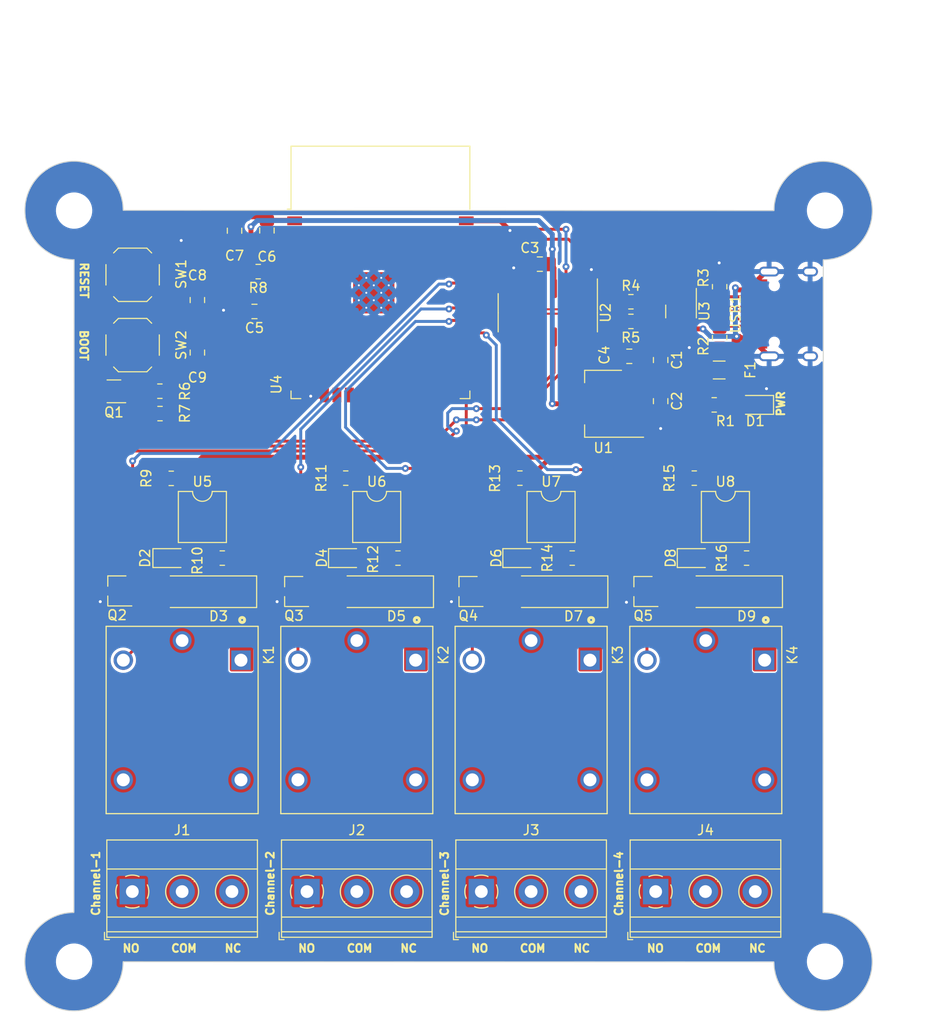
<source format=kicad_pcb>
(kicad_pcb (version 20240108) (generator "pcbnew") (generator_version "8.0")
  (title_block (title "ESP32 4 Channel Relays") (date "2023-03-20") (company "Self-Employed"))
  (layers (0 "F.Cu" signal) (31 "B.Cu" signal) (34 "B.Paste" user) (35 "F.Paste" user) (36 "B.SilkS" user "B.Silkscreen") (37 "F.SilkS" user "F.Silkscreen") (38 "B.Mask" user) (39 "F.Mask" user) (44 "Edge.Cuts" user))
  (net 0 "")
  (net 1 "+5V")
  (net 2 "GND")
  (net 3 "+3.3V")
  (net 4 "/RESET")
  (net 5 "/IO_0")
  (net 6 "Net-(D1-A)")
  (net 7 "/IO_5")
  (net 8 "Net-(D2-A)")
  (net 9 "Net-(D3-A)")
  (net 10 "/IO_18")
  (net 11 "Net-(D4-A)")
  (net 12 "Net-(D5-A)")
  (net 13 "/IO_19")
  (net 14 "Net-(D6-A)")
  (net 15 "Net-(D7-A)")
  (net 16 "/IO_21")
  (net 17 "Net-(D8-A)")
  (net 18 "Net-(D9-A)")
  (net 19 "VCC")
  (net 20 "/NO-1")
  (net 21 "/COM-1")
  (net 22 "/NC-1")
  (net 23 "/NO-2")
  (net 24 "/COM-2")
  (net 25 "/NC-2")
  (net 26 "/NO-3")
  (net 27 "/COM-3")
  (net 28 "/NC-3")
  (net 29 "/NO-4")
  (net 30 "/COM-4")
  (net 31 "/NC-4")
  (net 32 "Net-(Q1-B2)")
  (net 33 "Net-(Q1-B1)")
  (net 34 "Net-(Q2-B)")
  (net 35 "Net-(Q3-B)")
  (net 36 "Net-(Q4-B)")
  (net 37 "Net-(Q5-B)")
  (net 38 "Net-(USB1-CC1)")
  (net 39 "Net-(USB1-CC2)")
  (net 40 "/DP")
  (net 41 "/D+")
  (net 42 "/DN")
  (net 43 "/D-")
  (net 44 "/RTS")
  (net 45 "/DTR")
  (net 46 "Net-(R9-Pad1)")
  (net 47 "Net-(R10-Pad1)")
  (net 48 "Net-(R11-Pad1)")
  (net 49 "Net-(R12-Pad1)")
  (net 50 "Net-(R13-Pad1)")
  (net 51 "Net-(R14-Pad1)")
  (net 52 "Net-(R15-Pad1)")
  (net 53 "Net-(R16-Pad1)")
  (net 54 "/TX")
  (net 55 "/RX")
  (footprint "TerminalBlock_Phoenix:TerminalBlock_Phoenix_MKDS-1,5-3-5.08_1x03_P5.08mm_Horizontal" (layer "F.Cu") (at 110.947921 139.664067)
    (property "Reference" "J1")
    (property "Value" "Relay-1" (hide yes))
  )
  (footprint "local_lib:SMDIP-4_W7.62mm" (layer "F.Cu") (at 135.871671 101.468817)
    (property "Reference" "U6")
    (property "Value" "PC817")
  )
  (footprint "local_lib:SW_SPST_SKQG_WithStem" (layer "F.Cu") (at 110.979671 83.942817 180)
    (property "Reference" "SW2")
    (property "Value" "SW_SKQG")
  )
  (footprint "Resistor_SMD:R_0805_2012Metric_Pad1.20x1.40mm_HandSolder" (layer "F.Cu") (at 138.039671 105.659817 180)
    (property "Reference" "R12")
    (property "Value" "1K")
  )
  (footprint "Capacitor_SMD:C_0805_2012Metric_Pad1.18x1.45mm_HandSolder" (layer "F.Cu") (at 121.372171 72.280317 90)
    (property "Reference" "C7")
    (property "Value" "22uF")
  )
  (footprint "local_lib:RELAY_SRD-05VDC-SL-C" (layer "F.Cu") (at 169.430671 122.169817 -90)
    (property "Reference" "K4")
    (property "Value" "SRD-05VDC-SL-C")
  )
  (footprint "MountingHole:MountingHole_3.2mm_M3" (layer "F.Cu") (at 181.591671 146.807817)
    (property "Reference" "H2" (hide yes))
    (property "Value" "MountingHole" (hide yes))
  )
  (footprint "MountingHole:MountingHole_3.2mm_M3" (layer "F.Cu") (at 105.010671 146.807817)
    (property "Reference" "H3" (hide yes))
    (property "Value" "MountingHole" (hide yes))
  )
  (footprint "MountingHole:MountingHole_3.2mm_M3" (layer "F.Cu") (at 105.010671 70.226817)
    (property "Reference" "H4" (hide yes))
    (property "Value" "MountingHole" (hide yes))
  )
  (footprint "local_lib:TSOT-23_HandSoldering" (layer "F.Cu") (at 109.396671 109.027817 180)
    (property "Reference" "Q2")
    (property "Value" "BC547A")
  )
  (footprint "Resistor_SMD:R_0805_2012Metric_Pad1.20x1.40mm_HandSolder" (layer "F.Cu") (at 161.795671 79.523217 180)
    (property "Reference" "R4")
    (property "Value" "22")
  )
  (footprint "local_lib:SMDIP-4_W7.62mm" (layer "F.Cu") (at 171.431671 101.468817)
    (property "Reference" "U8")
    (property "Value" "PC817")
  )
  (footprint "Capacitor_SMD:C_0805_2012Metric_Pad1.18x1.45mm_HandSolder" (layer "F.Cu") (at 124.674171 72.258817 90)
    (property "Reference" "C6")
    (property "Value" "0.1uF")
  )
  (footprint "LED_SMD:LED_0805_2012Metric_Pad1.15x1.40mm_HandSolder" (layer "F.Cu") (at 174.479671 90.038817 180)
    (property "Reference" "D1")
    (property "Value" "YELLOW_LED" (hide yes))
  )
  (footprint "Resistor_SMD:R_0805_2012Metric_Pad1.20x1.40mm_HandSolder" (layer "F.Cu") (at 114.916671 97.531817)
    (property "Reference" "R9")
    (property "Value" "1K")
  )
  (footprint "LED_SMD:LED_0805_2012Metric_Pad1.15x1.40mm_HandSolder" (layer "F.Cu") (at 132.814671 105.659817)
    (property "Reference" "D4")
    (property "Value" "RED_LED" (hide yes))
  )
  (footprint "local_lib:SMDIP-4_W7.62mm" (layer "F.Cu") (at 118.091671 101.468817)
    (property "Reference" "U5")
    (property "Value" "PC817")
  )
  (footprint "local_lib:SOT-223-3_TabPin2" (layer "F.Cu") (at 158.985671 89.925817 180)
    (property "Reference" "U1")
    (property "Value" "AMS1117-3.3")
  )
  (footprint "LED_SMD:LED_0805_2012Metric_Pad1.15x1.40mm_HandSolder" (layer "F.Cu") (at 114.907671 105.659817)
    (property "Reference" "D2")
    (property "Value" "RED_LED" (hide yes))
  )
  (footprint "LED_SMD:LED_0805_2012Metric_Pad1.15x1.40mm_HandSolder" (layer "F.Cu") (at 150.594671 105.659817)
    (property "Reference" "D6")
    (property "Value" "RED_LED" (hide yes))
  )
  (footprint "Resistor_SMD:R_0805_2012Metric_Pad1.20x1.40mm_HandSolder" (layer "F.Cu") (at 170.288671 90.038817)
    (property "Reference" "R1")
    (property "Value" "2K")
  )
  (footprint "Resistor_SMD:R_0805_2012Metric_Pad1.20x1.40mm_HandSolder" (layer "F.Cu") (at 155.810671 105.659817 180)
    (property "Reference" "R14")
    (property "Value" "1K")
  )
  (footprint "Resistor_SMD:R_0805_2012Metric_Pad1.20x1.40mm_HandSolder" (layer "F.Cu") (at 170.843671 83.178817 -90)
    (property "Reference" "R2")
    (property "Value" "5.1K")
  )
  (footprint "Resistor_SMD:R_0805_2012Metric_Pad1.20x1.40mm_HandSolder" (layer "F.Cu") (at 113.757671 88.641817 180)
    (property "Reference" "R6")
    (property "Value" "10K")
  )
  (footprint "Capacitor_SMD:C_0805_2012Metric_Pad1.18x1.45mm_HandSolder" (layer "F.Cu") (at 117.583671 79.349317 90)
    (property "Reference" "C8")
    (property "Value" "0.1uF")
  )
  (footprint "Resistor_SMD:R_0805_2012Metric_Pad1.20x1.40mm_HandSolder" (layer "F.Cu") (at 161.795671 81.529817 180)
    (property "Reference" "R5")
    (property "Value" "22")
  )
  (footprint "TerminalBlock_Phoenix:TerminalBlock_Phoenix_MKDS-1,5-3-5.08_1x03_P5.08mm_Horizontal" (layer "F.Cu") (at 164.319671 139.664067)
    (property "Reference" "J4")
    (property "Value" "Relay-4" (hide yes))
  )
  (footprint "Resistor_SMD:R_0805_2012Metric_Pad1.20x1.40mm_HandSolder" (layer "F.Cu") (at 120.123671 105.659817 180)
    (property "Reference" "R10")
    (property "Value" "1K")
  )
  (footprint "Capacitor_SMD:C_0805_2012Metric_Pad1.18x1.45mm_HandSolder" (layer "F.Cu") (at 161.631171 85.085817 180)
    (property "Reference" "C4")
    (property "Value" "0.1uF")
  )
  (footprint "TerminalBlock_Phoenix:TerminalBlock_Phoenix_MKDS-1,5-3-5.08_1x03_P5.08mm_Horizontal" (layer "F.Cu") (at 128.759671 139.664067)
    (property "Reference" "J2")
    (property "Value" "Relay-2" (hide yes))
  )
  (footprint "local_lib:HRO-TYPE-C-31-M-12-HandSoldering" (layer "F.Cu") (at 182.667671 80.765817 90)
    (property "Reference" "USB1")
    (property "Value" "HRO-TYPE-C-31-M-12")
  )
  (footprint "Fuse:Fuse_1206_3216Metric_Pad1.42x1.75mm_HandSolder" (layer "F.Cu") (at 170.796671 86.482817 180)
    (property "Reference" "F1")
    (property "Value" "500mA")
  )
  (footprint "local_lib:TSOT-23_HandSoldering" (layer "F.Cu") (at 163.049671 109.088817 180)
    (property "Reference" "Q5")
    (property "Value" "BC547A")
  )
  (footprint "local_lib:D_MELF_Handsoldering" (layer "F.Cu") (at 171.841671 109.088817 180)
    (property "Reference" "D9")
    (property "Value" "1N4007")
  )
  (footprint "local_lib:RELAY_SRD-05VDC-SL-C" (layer "F.Cu") (at 133.839671 122.169817 -90)
    (property "Reference" "K2")
    (property "Value" "SRD-05VDC-SL-C")
  )
  (footprint "LED_SMD:LED_0805_2012Metric_Pad1.15x1.40mm_HandSolder" (layer "F.Cu") (at 168.383671 105.659817)
    (property "Reference" "D8")
    (property "Value" "RED_LED" (hide yes))
  )
  (footprint "local_lib:TSOT-23_HandSoldering" (layer "F.Cu") (at 127.430671 109.088817 180)
    (property "Reference" "Q3")
    (property "Value" "BC547A")
  )
  (footprint "Resistor_SMD:R_0805_2012Metric_Pad1.20x1.40mm_HandSolder" (layer "F.Cu") (at 170.843671 77.987817 90)
    (property "Reference" "R3")
    (property "Value" "5.1K")
  )
  (footprint "local_lib:SMDIP-4_W7.62mm" (layer "F.Cu") (at 153.651671 101.468817)
    (property "Reference" "U7")
    (property "Value" "PC817")
  )
  (footprint "Capacitor_SMD:C_0805_2012Metric_Pad1.18x1.45mm_HandSolder" (layer "F.Cu") (at 152.508671 75.687817 180)
    (property "Reference" "C3")
    (property "Value" "0.1uF")
  )
  (footprint "local_lib:D_MELF_Handsoldering" (layer "F.Cu") (at 118.218671 109.088817 180)
    (property "Reference" "D3")
    (property "Value" "1N4007")
  )
  (footprint "Resistor_SMD:R_0805_2012Metric_Pad1.20x1.40mm_HandSolder" (layer "F.Cu") (at 113.773671 90.927817)
    (property "Reference" "R7")
    (property "Value" "10K")
  )
  (footprint "TerminalBlock_Phoenix:TerminalBlock_Phoenix_MKDS-1,5-3-5.08_1x03_P5.08mm_Horizontal" (layer "F.Cu") (at 146.539671 139.664067)
    (property "Reference" "J3")
    (property "Value" "Relay-3" (hide yes))
  )
  (footprint "Resistor_SMD:R_0805_2012Metric_Pad1.20x1.40mm_HandSolder" (layer "F.Cu") (at 173.590671 105.659817 180)
    (property "Reference" "R16")
    (property "Value" "1K")
  )
  (footprint "local_lib:ESP32-WROOM-32" (layer "F.Cu") (at 136.252671 79.519817)
    (property "Reference" "U4")
    (property "Value" "ESP32-WROOM-32")
  )
  (footprint "local_lib:SOIC-16_3.9x9.9mm_P1.27mm" (layer "F.Cu") (at 153.317671 80.644417 -90)
    (property "Reference" "U2")
    (property "Value" "CH340C")
  )
  (footprint "Resistor_SMD:R_0805_2012Metric_Pad1.20x1.40mm_HandSolder" (layer "F.Cu") (at 150.476671 97.506417)
    (property "Reference" "R13")
    (property "Value" "1K")
  )
  (footprint "Capacitor_SMD:C_0805_2012Metric_Pad1.18x1.45mm_HandSolder" (layer "F.Cu") (at 123.404171 80.513817 180)
    (property "Reference" "C5")
    (property "Value" "0.1uF")
  )
  (footprint "local_lib:SW_SPST_SKQG_WithStem" (layer "F.Cu") (at 110.979671 76.775817 180)
    (property "Reference" "SW1")
    (property "Value" "SW_SKQG")
  )
  (footprint "local_lib:RELAY_SRD-05VDC-SL-C" (layer "F.Cu") (at 151.619671 122.169817 -90)
    (property "Reference" "K3")
    (property "Value" "SRD-05VDC-SL-C")
  )
  (footprint "Capacitor_SMD:C_0805_2012Metric_Pad1.18x1.45mm_HandSolder" (layer "F.Cu") (at 117.583671 84.704817 -90)
    (property "Reference" "C9")
    (property "Value" "0.1uF")
  )
  (footprint "MountingHole:MountingHole_3.2mm_M3" (layer "F.Cu") (at 181.591671 70.226817)
    (property "Reference" "H1" (hide yes))
    (property "Value" "MountingHole" (hide yes))
  )
  (footprint "Resistor_SMD:R_0805_2012Metric_Pad1.20x1.40mm_HandSolder" (layer "F.Cu") (at 132.712671 97.506417)
    (property "Reference" "R11")
    (property "Value" "1K")
  )
  (footprint "local_lib:RELAY_SRD-05VDC-SL-C" (layer "F.Cu") (at 116.028671 122.169817 -90)
    (property "Reference" "K1")
    (property "Value" "SRD-05VDC-SL-C")
  )
  (footprint "Resistor_SMD:R_0805_2012Metric_Pad1.20x1.40mm_HandSolder" (layer "F.Cu") (at 168.256671 97.506417)
    (property "Reference" "R15")
    (property "Value" "1K")
  )
  (footprint "Capacitor_SMD:C_0805_2012Metric_Pad1.18x1.45mm_HandSolder" (layer "F.Cu") (at 164.827671 85.466817 90)
    (property "Reference" "C1")
    (property "Value" "22uF")
  )
  (footprint "local_lib:SOT-143_Handsoldering" (layer "F.Cu") (at 166.906671 80.513817 -90)
    (property "Reference" "U3")
    (property "Value" "PRTR5V0U2X")
  )
  (footprint "local_lib:TSOT-23_HandSoldering" (layer "F.Cu") (at 145.210671 109.088817 180)
    (property "Reference" "Q4")
    (property "Value" "BC547A")
  )
  (footprint "local_lib:D_MELF_Handsoldering" (layer "F.Cu") (at 136.252671 109.088817 180)
    (property "Reference" "D5")
    (property "Value" "1N4007")
  )
  (footprint "local_lib:SOT-363_SC-70-6_Handsoldering" (layer "F.Cu") (at 109.074671 88.656817 180)
    (property "Reference" "Q1")
    (property "Value" "MBT3904DW1")
  )
  (footprint "Capacitor_SMD:C_0805_2012Metric_Pad1.18x1.45mm_HandSolder" (layer "F.Cu") (at 164.827671 89.657817 -90)
    (property "Reference" "C2")
    (property "Value" "22uF")
  )
  (footprint "local_lib:D_MELF_Handsoldering" (layer "F.Cu") (at 154.032671 109.088817 180)
    (property "Reference" "D7")
    (property "Value" "1N4007")
  )
  (footprint "Resistor_SMD:R_0805_2012Metric_Pad1.20x1.40mm_HandSolder" (layer "F.Cu") (at 123.785171 76.449817)
    (property "Reference" "R8")
    (property "Value" "10K")
  )
  (gr_arc (start 110.01375 146.812) (mid 101.45472 150.363833) (end 104.984186 141.795517) (stroke (width 0.1)) (layer "Edge.Cuts"))
  (gr_arc (start 181.391933 141.804738) (mid 184.943794 150.363761) (end 176.37545 146.834302) (stroke (width 0.1)) (layer "Edge.Cuts"))
  (gr_line (start 110.022971 70.200332) (end 176.384671 70.226817) (stroke (width 0.1)) (layer "Edge.Cuts"))
  (gr_arc (start 176.384671 70.226817) (mid 184.94375 66.675) (end 181.414235 75.2433) (stroke (width 0.1)) (layer "Edge.Cuts"))
  (gr_arc (start 105.006488 75.229896) (mid 101.454675 66.670818) (end 110.022971 70.200332) (stroke (width 0.1)) (layer "Edge.Cuts"))
  (gr_line (start 104.984186 141.795517) (end 105.006488 75.229896) (stroke (width 0.1)) (layer "Edge.Cuts"))
  (gr_line (start 176.37545 146.834302) (end 110.01375 146.812) (stroke (width 0.1)) (layer "Edge.Cuts"))
  (gr_line (start 181.414235 75.2433) (end 181.391933 141.804738) (stroke (width 0.1)) (layer "Edge.Cuts"))
  (gr_text "NO" (at 163.322 145.923 0) (layer "F.SilkS") (effects (font (size 0.8 0.8) (thickness 0.2) (bold yes)) (justify left bottom)))
  (gr_text "Channel-1" (at 107.696 142.24 90) (layer "F.SilkS") (effects (font (size 0.8 0.8) (thickness 0.2) (bold yes)) (justify left bottom)))
  (gr_text "RESET" (at 105.56875 75.40625 270) (layer "F.SilkS") (effects (font (size 0.8 0.8) (thickness 0.2) (bold yes)) (justify left bottom)))
  (gr_text "PWR" (at 177.546 91.313 90) (layer "F.SilkS") (effects (font (size 0.8 0.8) (thickness 0.2) (bold yes)) (justify left bottom)))
  (gr_text "NO" (at 145.415 145.923 0) (layer "F.SilkS") (effects (font (size 0.8 0.8) (thickness 0.2) (bold yes)) (justify left bottom)))
  (gr_text "COM" (at 168.275 145.923 0) (layer "F.SilkS") (effects (font (size 0.8 0.8) (thickness 0.2) (bold yes)) (justify left bottom)))
  (gr_text "COM" (at 132.715 145.923 0) (layer "F.SilkS") (effects (font (size 0.8 0.8) (thickness 0.2) (bold yes)) (justify left bottom)))
  (gr_text "NC" (at 173.736 145.923 0) (layer "F.SilkS") (effects (font (size 0.8 0.8) (thickness 0.2) (bold yes)) (justify left bottom)))
  (gr_text "Channel-4" (at 161.036 142.264067 90) (layer "F.SilkS") (effects (font (size 0.8 0.8) (thickness 0.2) (bold yes)) (justify left bottom)))
  (gr_text "NC" (at 138.176 145.923 0) (layer "F.SilkS") (effects (font (size 0.8 0.8) (thickness 0.2) (bold yes)) (justify left bottom)))
  (gr_text "COM" (at 114.808 145.923 0) (layer "F.SilkS") (effects (font (size 0.8 0.8) (thickness 0.2) (bold yes)) (justify left bottom)))
  (gr_text "Channel-2" (at 125.476 142.24 90) (layer "F.SilkS") (effects (font (size 0.8 0.8) (thickness 0.2) (bold yes)) (justify left bottom)))
  (gr_text "NO" (at 127.762 145.923 0) (layer "F.SilkS") (effects (font (size 0.8 0.8) (thickness 0.2) (bold yes)) (justify left bottom)))
  (gr_text "Channel-3" (at 143.256 142.264067 90) (layer "F.SilkS") (effects (font (size 0.8 0.8) (thickness 0.2) (bold yes)) (justify left bottom)))
  (gr_text "COM" (at 150.368 145.923 0) (layer "F.SilkS") (effects (font (size 0.8 0.8) (thickness 0.2) (bold yes)) (justify left bottom)))
  (gr_text "NO" (at 109.855 145.923 0) (layer "F.SilkS") (effects (font (size 0.8 0.8) (thickness 0.2) (bold yes)) (justify left bottom)))
  (gr_text "BOOT" (at 105.537 82.296 270) (layer "F.SilkS") (effects (font (size 0.8 0.8) (thickness 0.2) (bold yes)) (justify left bottom)))
  (gr_text "NC" (at 120.269 145.923 0) (layer "F.SilkS") (effects (font (size 0.8 0.8) (thickness 0.2) (bold yes)) (justify left bottom)))
  (gr_text "NC" (at 155.829 145.923 0) (layer "F.SilkS") (effects (font (size 0.8 0.8) (thickness 0.2) (bold yes)) (justify left bottom)))
  (segment (start 115.916671 97.531817) (end 118.075671 95.372817) (width 0.5) (layer "F.Cu") (net 1))
  (segment (start 133.712671 97.506417) (end 135.846271 95.372817) (width 0.5) (layer "F.Cu") (net 1))
  (segment (start 169.288671 95.372817) (end 169.288671 97.474417) (width 0.5) (layer "F.Cu") (net 1))
  (segment (start 118.075671 95.372817) (end 135.846271 95.372817) (width 0.5) (layer "F.Cu") (net 1))
  (segment (start 157.762671 83.119417) (end 158.627271 83.119417) (width 0.5) (layer "F.Cu") (net 1))
  (segment (start 169.288671 90.038817) (end 169.288671 95.372817) (width 0.5) (layer "F.Cu") (net 1))
  (segment (start 169.288671 90.038817) (end 169.288671 86.503317) (width 0.5) (layer "F.Cu") (net 1))
  (segment (start 169.288671 95.372817) (end 153.610271 95.372817) (width 0.5) (layer "F.Cu") (net 1))
  (segment (start 135.846271 95.372817) (end 153.610271 95.372817) (width 0.5) (layer "F.Cu") (net 1))
  (segment (start 153.610271 95.372817) (end 151.476671 97.506417) (width 0.5) (layer "F.Cu") (net 1))
  (segment (start 158.627271 83.119417) (end 160.593671 85.085817) (width 0.5) (layer "F.Cu") (net 1))
  (segment (start 107.879671 74.925817) (end 109.022671 73.782817) (width 0.5) (layer "F.Cu") (net 2))
  (segment (start 167.766671 84.178817) (end 167.748671 84.196817) (width 0.5) (layer "F.Cu") (net 2))
  (segment (start 117.583671 83.667317) (end 117.583671 81.910817) (width 0.5) (layer "F.Cu") (net 2))
  (segment (start 112.936671 73.782817) (end 114.079671 74.925817) (width 0.5) (layer "F.Cu") (net 2))
  (segment (start 109.045921 80.926567) (end 112.913421 80.926567) (width 0.5) (layer "F.Cu") (net 2))
  (segment (start 121.753171 70.861817) (end 124.314671 70.861817) (width 0.5) (layer "F.Cu") (net 2))
  (segment (start 157.762671 76.242817) (end 157.762671 78.169417) (width 0.5) (layer "F.Cu") (net 2))
  (segment (start 149.841671 76.068817) (end 151.090171 76.068817) (width 0.5) (layer "F.Cu") (net 2))
  (segment (start 117.583671 81.910817) (end 117.583671 80.386817) (width 0.5) (layer "F.Cu") (net 2))
  (segment (start 112.913421 80.926567) (end 114.079671 82.092817) (width 0.5) (layer "F.Cu") (net 2))
  (segment (start 117.964671 71.242817) (end 121.372171 71.242817) (width 0.5) (layer "F.Cu") (net 2))
  (segment (start 122.366671 80.513817) (end 120.377671 80.513817) (width 0.5) (layer "F.Cu") (net 2))
  (segment (start 161.339671 110.163817) (end 161.339671 109.088817) (width 0.5) (layer "F.Cu") (net 2))
  (segment (start 148.471671 71.269817) (end 149.460671 72.258817) (width 0.5) (layer "F.Cu") (net 2))
  (segment (start 164.827671 90.695317) (end 164.827671 92.451817) (width 0.5) (layer "F.Cu") (net 2))
  (segment (start 167.748671 84.196817) (end 165.060171 84.196817) (width 0.5) (layer "F.Cu") (net 2))
  (segment (start 164.827671 84.429317) (end 163.325171 84.429317) (width 0.5) (layer "F.Cu") (net 2))
  (segment (start 145.002671 71.269817) (end 148.471671 71.269817) (width 0.5) (layer "F.Cu") (net 2))
  (segment (start 163.325171 84.429317) (end 162.668671 85.085817) (width 0.5) (layer "F.Cu") (net 2))
  (segment (start 117.401671 82.092817) (end 117.583671 81.910817) (width 0.5) (layer "F.Cu") (net 2))
  (segment (start 151.090171 76.068817) (end 151.471171 75.687817) (width 0.5) (layer "F.Cu") (net 2))
  (segment (start 129.140671 89.149817) (end 130.542671 89.149817) (width 0.5) (layer "F.Cu") (net 2))
  (segment (start 125.711671 110.104817) (end 125.711671 109.097817) (width 0.5) (layer "F.Cu") (net 2))
  (segment (start 170.796671 75.560817) (end 170.796671 76.940817) (width 0.5) (layer "F.Cu") (net 2))
  (segment (start 115.932671 73.274817) (end 114.281671 74.925817) (width 0.5) (layer "F.Cu") (net 2))
  (segment (start 143.491671 110.104817) (end 143.491671 109.097817) (width 0.5) (layer "F.Cu") (net 2))
  (segment (start 167.656671 79.013817) (end 167.656671 77.938817) (width 0.5) (layer "F.Cu") (net 2))
  (segment (start 117.583671 80.386817) (end 120.250671 80.386817) (width 0.5) (layer "F.Cu") (net 2))
  (segment (start 175.504671 88.505817) (end 175.622671 88.387817) (width 0.5) (layer "F.Cu") (net 2))
  (segment (start 107.677671 110.104817) (end 107.677671 109.036817) (width 0.5) (layer "F.Cu") (net 2))
  (segment (start 162.135671 92.225817) (end 164.601671 92.225817) (width 0.5) (layer "F.Cu") (net 2))
  (segment (start 174.792671 83.990817) (end 175.887671 85.085817) (width 0.5) (layer "F.Cu") (net 2))
  (segment (start 114.079671 82.092817) (end 117.401671 82.092817) (width 0.5) (layer "F.Cu") (net 2))
  (segment (start 175.567671 76.445817) (end 174.472671 77.540817) (width 0.5) (layer "F.Cu") (net 2))
  (segment (start 175.504671 90.038817) (end 175.504671 88.505817) (width 0.5) (layer "F.Cu") (net 2))
  (segment (start 168.607671 76.987817) (end 170.843671 76.987817) (width 0.5) (layer "F.Cu") (net 2))
  (segment (start 167.656671 77.938817) (end 168.607671 76.987817) (width 0.5) (layer "F.Cu") (net 2))
  (segment (start 124.314671 70.861817) (end 124.674171 71.221317) (width 0.5) (layer "F.Cu") (net 2))
  (segment (start 120.377671 80.513817) (end 120.250671 80.386817) (width 0.5) (layer "F.Cu") (net 2))
  (segment (start 109.022671 73.782817) (end 112.936671 73.782817) (width 0.5) (layer "F.Cu") (net 2))
  (segment (start 107.879671 82.092817) (end 109.045921 80.926567) (width 0.5) (layer "F.Cu") (net 2))
  (segment (start 124.674171 71.221317) (end 127.454171 71.221317) (width 0.5) (layer "F.Cu") (net 2))
  (segment (start 164.601671 92.225817) (end 164.827671 92.451817) (width 0.5) (layer "F.Cu") (net 2))
  (segment (start 170.843671 84.178817) (end 167.766671 84.178817) (width 0.5) (layer "F.Cu") (net 2))
  (segment (start 115.932671 73.274817) (end 117.964671 71.242817) (width 0.5) (layer "F.Cu") (net 2))
  (segment (start 121.372171 71.242817) (end 121.753171 70.861817) (width 0.5) (layer "F.Cu") (net 2))
  (via (at 149.460671 72.258817) (size 0.7) (drill 0.3) (layers "F.Cu" "B.Cu") (net 2))
  (via (at 164.827671 92.451817) (size 0.7) (drill 0.3) (layers "F.Cu" "B.Cu") (net 2))
  (via (at 143.491671 110.104817) (size 0.7) (drill 0.3) (layers "F.Cu" "B.Cu") (net 2))
  (via (at 149.841671 76.068817) (size 0.7) (drill 0.3) (layers "F.Cu" "B.Cu") (net 2))
  (via (at 129.140671 89.149817) (size 0.7) (drill 0.3) (layers "F.Cu" "B.Cu") (net 2))
  (via (at 120.250671 80.386817) (size 0.7) (drill 0.3) (layers "F.Cu" "B.Cu") (net 2))
  (via (at 125.711671 110.104817) (size 0.7) (drill 0.3) (layers "F.Cu" "B.Cu") (net 2))
  (via (at 167.748671 84.196817) (size 0.7) (drill 0.3) (layers "F.Cu" "B.Cu") (net 2))
  (via (at 170.796671 75.560817) (size 0.7) (drill 0.3) (layers "F.Cu" "B.Cu") (net 2))
  (via (at 157.762671 76.242817) (size 0.7) (drill 0.3) (layers "F.Cu" "B.Cu") (net 2))
  (via (at 107.677671 110.104817) (size 0.7) (drill 0.3) (layers "F.Cu" "B.Cu") (net 2))
  (via (at 161.339671 110.163817) (size 0.7) (drill 0.3) (layers "F.Cu" "B.Cu") (net 2))
  (via (at 115.932671 73.274817) (size 0.7) (drill 0.3) (layers "F.Cu" "B.Cu") (net 2))
  (via (at 175.622671 88.387817) (size 0.7) (drill 0.3) (layers "F.Cu" "B.Cu") (net 2))
  (segment (start 155.835671 89.925817) (end 153.792671 89.925817) (width 0.5) (layer "F.Cu") (net 3))
  (segment (start 123.044671 72.893817) (end 122.620671 73.317817) (width 0.5) (layer "F.Cu") (net 3))
  (segment (start 127.502671 72.539817) (end 125.430671 72.539817) (width 0.5) (layer "F.Cu") (net 3))
  (segment (start 122.785171 76.449817) (end 122.785171 75.185317) (width 0.5) (layer "F.Cu") (net 3))
  (segment (start 122.785171 75.185317) (end 124.674171 73.296317) (width 0.5) (layer "F.Cu") (net 3))
  (segment (start 153.952671 78.169417) (end 153.952671 76.094317) (width 0.5) (layer "F.Cu") (net 3))
  (segment (start 124.674171 73.296317) (end 124.271671 72.893817) (width 0.5) (layer "F.Cu") (net 3))
  (segment (start 123.044671 71.877817) (end 123.044671 72.893817) (width 0.5) (layer "F.Cu") (net 3))
  (segment (start 125.430671 72.539817) (end 124.674171 73.296317) (width 0.5) (layer "F.Cu") (net 3))
  (segment (start 124.271671 72.893817) (end 123.044671 72.893817) (width 0.5) (layer "F.Cu") (net 3))
  (segment (start 153.792671 89.925817) (end 153.778671 89.911817) (width 0.5) (layer "F.Cu") (net 3))
  (segment (start 153.778671 74.163817) (end 153.778671 75.455317) (width 0.5) (layer "F.Cu") (net 3))
  (segment (start 153.952671 76.094317) (end 153.546171 75.687817) (width 0.5) (layer "F.Cu") (net 3))
  (segment (start 122.620671 73.317817) (end 121.372171 73.317817) (width 0.5) (layer "F.Cu") (net 3))
  (via (at 153.778671 74.163817) (size 0.7) (drill 0.3) (layers "F.Cu" "B.Cu") (net 3))
  (via (at 153.778671 89.911817) (size 0.7) (drill 0.3) (layers "F.Cu" "B.Cu") (net 3))
  (via (at 123.044671 71.877817) (size 0.7) (drill 0.3) (layers "F.Cu" "B.Cu") (net 3))
  (segment (start 123.679671 71.242817) (end 152.381671 71.242817) (width 0.5) (layer "B.Cu") (net 3))
  (segment (start 153.778671 72.639817) (end 153.778671 74.163817) (width 0.5) (layer "B.Cu") (net 3))
  (segment (start 152.381671 71.242817) (end 153.778671 72.639817) (width 0.5) (layer "B.Cu") (net 3))
  (segment (start 153.778671 89.911817) (end 153.778671 74.163817) (width 0.5) (layer "B.Cu") (net 3))
  (segment (start 123.044671 71.877817) (end 123.679671 71.242817) (width 0.5) (layer "B.Cu") (net 3))
  (segment (start 124.785171 76.449817) (end 124.785171 78.608817) (width 0.3) (layer "F.Cu") (net 4))
  (segment (start 111.166671 87.244817) (end 123.425671 87.244817) (width 0.3) (layer "F.Cu") (net 4))
  (segment (start 124.488171 78.311817) (end 124.785171 78.608817) (width 0.3) (layer "F.Cu") (net 4))
  (segment (start 108.751671 79.497817) (end 113.207671 79.497817) (width 0.3) (layer "F.Cu") (net 4))
  (segment (start 108.243671 78.989817) (end 108.751671 79.497817) (width 0.3) (layer "F.Cu") (net 4))
  (segment (start 117.583671 78.311817) (end 124.488171 78.311817) (width 0.3) (layer "F.Cu") (net 4))
  (segment (start 110.404671 88.006817) (end 111.166671 87.244817) (width 0.3) (layer "F.Cu") (net 4))
  (segment (start 113.207671 79.497817) (end 113.715671 78.989817) (width 0.3) (layer "F.Cu") (net 4))
  (segment (start 124.441671 86.228817) (end 124.441671 80.513817) (width 0.3) (layer "F.Cu") (net 4))
  (segment (start 114.443671 78.989817) (end 116.905671 78.989817) (width 0.3) (layer "F.Cu") (net 4))
  (segment (start 127.502671 73.809817) (end 126.573671 73.809817) (width 0.5) (layer "F.Cu") (net 4))
  (segment (start 124.785171 75.598317) (end 124.785171 76.449817) (width 0.5) (layer "F.Cu") (net 4))
  (segment (start 123.425671 87.244817) (end 124.441671 86.228817) (width 0.3) (layer "F.Cu") (net 4))
  (segment (start 126.573671 73.809817) (end 124.785171 75.598317) (width 0.5) (layer "F.Cu") (net 4))
  (segment (start 124.785171 78.608817) (end 124.785171 80.170317) (width 0.3) (layer "F.Cu") (net 4))
  (segment (start 116.905671 78.989817) (end 117.583671 78.311817) (width 0.3) (layer "F.Cu") (net 4))
  (segment (start 108.696671 86.609817) (end 113.262671 86.609817) (width 0.3) (layer "F.Cu") (net 5))
  (segment (start 106.153671 88.895817) (end 106.153671 86.228817) (width 0.3) (layer "F.Cu") (net 5))
  (segment (start 106.564671 89.306817) (end 106.153671 88.895817) (width 0.3) (layer "F.Cu") (net 5))
  (segment (start 145.002671 93.734817) (end 145.002671 87.899817) (width 0.3) (layer "F.Cu") (net 5))
  (segment (start 106.153671 86.228817) (end 106.589671 85.792817) (width 0.3) (layer "F.Cu") (net 5))
  (segment (start 114.515671 86.228817) (end 117.097171 86.228817) (width 0.3) (layer "F.Cu") (net 5))
  (segment (start 107.744671 93.534817) (end 108.947671 94.737817) (width 0.3) (layer "F.Cu") (net 5))
  (segment (start 107.879671 85.792817) (end 108.696671 86.609817) (width 0.3) (layer "F.Cu") (net 5))
  (segment (start 113.262671 86.609817) (end 114.079671 85.792817) (width 0.3) (layer "F.Cu") (net 5))
  (segment (start 107.744671 89.306817) (end 106.564671 89.306817) (width 0.3) (layer "F.Cu") (net 5))
  (segment (start 107.744671 89.306817) (end 107.744671 93.534817) (width 0.3) (layer "F.Cu") (net 5))
  (segment (start 108.947671 94.737817) (end 143.999671 94.737817) (width 0.3) (layer "F.Cu") (net 5))
  (segment (start 114.079671 85.792817) (end 114.515671 86.228817) (width 0.3) (layer "F.Cu") (net 5))
  (segment (start 106.589671 85.792817) (end 107.879671 85.792817) (width 0.3) (layer "F.Cu") (net 5))
  (segment (start 117.097171 86.228817) (end 117.583671 85.742317) (width 0.3) (layer "F.Cu") (net 5))
  (segment (start 143.999671 94.737817) (end 145.002671 93.734817) (width 0.3) (layer "F.Cu") (net 5))
  (segment (start 171.288671 90.038817) (end 173.454671 90.038817) (width 0.3) (layer "F.Cu") (net 6))
  (segment (start 162.287671 103.627817) (end 162.287671 97.531817) (width 0.3) (layer "F.Cu") (net 7))
  (segment (start 146.820671 82.699817) (end 147.047671 82.926817) (width 0.3) (layer "F.Cu") (net 7))
  (segment (start 164.319671 105.659817) (end 162.287671 103.627817) (width 0.3) (layer "F.Cu") (net 7))
  (segment (start 167.358671 105.659817) (end 164.319671 105.659817) (width 0.3) (layer "F.Cu") (net 7))
  (segment (start 162.287671 97.531817) (end 161.398671 96.642817) (width 0.3) (layer "F.Cu") (net 7))
  (segment (start 145.002671 82.699817) (end 146.820671 82.699817) (width 0.3) (layer "F.Cu") (net 7))
  (segment (start 161.398671 96.642817) (end 156.191671 96.642817) (width 0.3) (layer "F.Cu") (net 7))
  (via (at 156.191671 96.642817) (size 0.7) (drill 0.3) (layers "F.Cu" "B.Cu") (net 7))
  (via (at 147.047671 82.926817) (size 0.7) (drill 0.3) (layers "F.Cu" "B.Cu") (net 7))
  (segment (start 148.063671 83.942817) (end 147.047671 82.926817) (width 0.3) (layer "B.Cu") (net 7))
  (segment (start 153.270671 96.642817) (end 148.063671 91.435817) (width 0.3) (layer "B.Cu") (net 7))
  (segment (start 148.063671 91.435817) (end 148.063671 83.942817) (width 0.3) (layer "B.Cu") (net 7))
  (segment (start 156.191671 96.642817) (end 153.270671 96.642817) (width 0.3) (layer "B.Cu") (net 7))
  (segment (start 114.281671 102.738817) (end 114.281671 104.008817) (width 0.3) (layer "F.Cu") (net 8))
  (segment (start 114.281671 104.008817) (end 115.932671 105.659817) (width 0.3) (layer "F.Cu") (net 8))
  (segment (start 111.106671 114.991817) (end 111.106671 109.977817) (width 0.3) (layer "F.Cu") (net 9))
  (segment (start 110.028671 116.069817) (end 111.106671 114.991817) (width 0.3) (layer "F.Cu") (net 9))
  (segment (start 113.929671 109.977817) (end 111.106671 109.977817) (width 0.3) (layer "F.Cu") (net 9))
  (segment (start 144.634671 104.135817) (end 144.634671 97.912817) (width 0.3) (layer "F.Cu") (net 10))
  (segment (start 146.158671 105.659817) (end 144.634671 104.135817) (width 0.3) (layer "F.Cu") (net 10))
  (segment (start 143.337671 81.429817) (end 143.237671 81.529817) (width 0.3) (layer "F.Cu") (net 10))
  (segment (start 149.569671 105.659817) (end 146.158671 105.659817) (width 0.3) (layer "F.Cu") (net 10))
  (segment (start 144.634671 97.912817) (end 143.237671 96.515817) (width 0.3) (layer "F.Cu") (net 10))
  (segment (start 143.237671 96.515817) (end 138.792671 96.515817) (width 0.3) (layer "F.Cu") (net 10))
  (segment (start 145.002671 81.429817) (end 143.337671 81.429817) (width 0.3) (layer "F.Cu") (net 10))
  (via (at 138.792671 96.515817) (size 0.7) (drill 0.3) (layers "F.Cu" "B.Cu") (net 10))
  (via (at 143.237671 81.529817) (size 0.7) (drill 0.3) (layers "F.Cu" "B.Cu") (net 10))
  (segment (start 136.887671 96.515817) (end 132.696671 92.324817) (width 0.3) (layer "B.Cu") (net 10))
  (segment (start 138.792671 96.515817) (end 136.887671 96.515817) (width 0.3) (layer "B.Cu") (net 10))
  (segment (start 139.825883 81.529817) (end 143.237671 81.529817) (width 0.3) (layer "B.Cu") (net 10))
  (segment (start 132.696671 88.659029) (end 139.825883 81.529817) (width 0.3) (layer "B.Cu") (net 10))
  (segment (start 132.696671 92.324817) (end 132.696671 88.659029) (width 0.3) (layer "B.Cu") (net 10))
  (segment (start 133.839671 104.516817) (end 133.839671 105.659817) (width 0.3) (layer "F.Cu") (net 11))
  (segment (start 132.061671 102.738817) (end 133.839671 104.516817) (width 0.3) (layer "F.Cu") (net 11))
  (segment (start 131.902671 110.038817) (end 129.140671 110.038817) (width 0.3) (layer "F.Cu") (net 12))
  (segment (start 127.839671 116.069817) (end 127.839671 111.339817) (width 0.3) (layer "F.Cu") (net 12))
  (segment (start 127.839671 111.339817) (end 129.140671 110.038817) (width 0.3) (layer "F.Cu") (net 12))
  (segment (start 131.789671 105.659817) (end 128.124671 101.994817) (width 0.3) (layer "F.Cu") (net 13))
  (segment (start 128.124671 101.994817) (end 128.124671 96.388817) (width 0.3) (layer "F.Cu") (net 13))
  (segment (start 145.002671 80.159817) (end 143.337671 80.159817) (width 0.3) (layer "F.Cu") (net 13))
  (segment (start 143.337671 80.159817) (end 143.237671 80.259817) (width 0.3) (layer "F.Cu") (net 13))
  (via (at 143.237671 80.259817) (size 0.7) (drill 0.3) (layers "F.Cu" "B.Cu") (net 13))
  (via (at 128.124671 96.388817) (size 0.7) (drill 0.3) (layers "F.Cu" "B.Cu") (net 13))
  (segment (start 128.124671 92.523923) (end 140.388777 80.259817) (width 0.3) (layer "B.Cu") (net 13))
  (segment (start 140.388777 80.259817) (end 143.237671 80.259817) (width 0.3) (layer "B.Cu") (net 13))
  (segment (start 128.124671 96.388817) (end 128.124671 92.523923) (width 0.3) (layer "B.Cu") (net 13))
  (segment (start 149.841671 102.738817) (end 151.619671 104.516817) (width 0.3) (layer "F.Cu") (net 14))
  (segment (start 151.619671 104.516817) (end 151.619671 105.659817) (width 0.3) (layer "F.Cu") (net 14))
  (segment (start 145.619671 116.069817) (end 145.619671 111.339817) (width 0.3) (layer "F.Cu") (net 15))
  (segment (start 145.619671 111.339817) (end 146.920671 110.038817) (width 0.3) (layer "F.Cu") (net 15))
  (segment (start 149.682671 110.038817) (end 146.920671 110.038817) (width 0.3) (layer "F.Cu") (net 15))
  (segment (start 143.337671 77.619817) (end 143.237671 77.719817) (width 0.3) (layer "F.Cu") (net 16))
  (segment (start 113.882671 105.659817) (end 111.995671 105.659817) (width 0.3) (layer "F.Cu") (net 16))
  (segment (start 111.995671 105.659817) (end 110.979671 104.643817) (width 0.3) (layer "F.Cu") (net 16))
  (segment (start 110.979671 104.643817) (end 110.979671 95.753817) (width 0.3) (layer "F.Cu") (net 16))
  (segment (start 145.002671 77.619817) (end 143.337671 77.619817) (width 0.3) (layer "F.Cu") (net 16))
  (via (at 143.237671 77.719817) (size 0.7) (drill 0.3) (layers "F.Cu" "B.Cu") (net 16))
  (via (at 110.979671 95.753817) (size 0.7) (drill 0.3) (layers "F.Cu" "B.Cu") (net 16))
  (segment (start 124.949671 94.991817) (end 142.221671 77.719817) (width 0.3) (layer "B.Cu") (net 16))
  (segment (start 142.221671 77.719817) (end 143.237671 77.719817) (width 0.3) (layer "B.Cu") (net 16))
  (segment (start 110.979671 95.753817) (end 111.741671 94.991817) (width 0.3) (layer "B.Cu") (net 16))
  (segment (start 111.741671 94.991817) (end 124.949671 94.991817) (width 0.3) (layer "B.Cu") (net 16))
  (segment (start 167.621671 103.872817) (end 169.408671 105.659817) (width 0.3) (layer "F.Cu") (net 17))
  (segment (start 167.621671 102.738817) (end 167.621671 103.872817) (width 0.3) (layer "F.Cu") (net 17))
  (segment (start 163.430671 111.367817) (end 164.759671 110.038817) (width 0.3) (layer "F.Cu") (net 18))
  (segment (start 163.430671 116.069817) (end 163.430671 111.367817) (width 0.3) (layer "F.Cu") (net 18))
  (segment (start 167.491671 110.038817) (end 164.759671 110.038817) (width 0.3) (layer "F.Cu") (net 18))
  (segment (start 169.145671 82.291817) (end 168.134671 82.291817) (width 0.5) (layer "F.Cu") (net 19))
  (segment (start 168.134671 82.291817) (end 167.856671 82.013817) (width 0.5) (layer "F.Cu") (net 19))
  (segment (start 172.662671 78.315817) (end 172.447671 78.100817) (width 0.5) (layer "F.Cu") (net 19))
  (segment (start 174.472671 78.315817) (end 172.662671 78.315817) (width 0.5) (layer "F.Cu") (net 19))
  (segment (start 172.574671 83.053817) (end 172.736671 83.215817) (width 0.5) (layer "F.Cu") (net 19))
  (segment (start 172.736671 83.215817) (end 174.472671 83.215817) (width 0.5) (layer "F.Cu") (net 19))
  (via (at 169.145671 82.291817) (size 0.7) (drill 0.3) (layers "F.Cu" "B.Cu") (net 19))
  (via (at 172.447671 78.100817) (size 0.7) (drill 0.3) (layers "F.Cu" "B.Cu") (net 19))
  (via (at 172.574671 83.053817) (size 0.7) (drill 0.3) (layers "F.Cu" "B.Cu") (net 19))
  (segment (start 172.447671 78.100817) (end 172.447671 82.926817) (width 0.5) (layer "B.Cu") (net 19))
  (segment (start 172.574671 83.053817) (end 169.907671 83.053817) (width 0.5) (layer "B.Cu") (net 19))
  (segment (start 169.907671 83.053817) (end 169.145671 82.291817) (width 0.5) (layer "B.Cu") (net 19))
  (segment (start 172.447671 82.926817) (end 172.574671 83.053817) (width 0.5) (layer "B.Cu") (net 19))
  (segment (start 111.106671 90.927817) (end 110.404671 90.225817) (width 0.3) (layer "F.Cu") (net 32))
  (segment (start 109.297565 89.306817) (end 110.404671 89.306817) (width 0.3) (layer "F.Cu") (net 32))
  (segment (start 110.404671 90.225817) (end 110.404671 89.306817) (width 0.3) (layer "F.Cu") (net 32))
  (segment (start 108.647565 88.656817) (end 109.297565 89.306817) (width 0.3) (layer "F.Cu") (net 32))
  (segment (start 107.744671 88.656817) (end 108.647565 88.656817) (width 0.3) (layer "F.Cu") (net 32))
  (segment (start 112.773671 90.927817) (end 111.106671 90.927817) (width 0.3) (layer "F.Cu") (net 32))
  (segment (start 110.404671 88.656817) (end 109.354671 88.656817) (width 0.3) (layer "F.Cu") (net 33))
  (segment (start 108.704671 88.006817) (end 107.744671 88.006817) (width 0.3) (layer "F.Cu") (net 33))
  (segment (start 112.757671 88.641817) (end 110.419671 88.641817) (width 0.3) (layer "F.Cu") (net 33))
  (segment (start 109.354671 88.656817) (end 108.704671 88.006817) (width 0.3) (layer "F.Cu") (net 33))
  (segment (start 112.127671 107.056817) (end 117.726671 107.056817) (width 0.3) (layer "F.Cu") (net 34))
  (segment (start 111.106671 108.077817) (end 112.127671 107.056817) (width 0.3) (layer "F.Cu") (net 34))
  (segment (start 117.726671 107.056817) (end 119.123671 105.659817) (width 0.3) (layer "F.Cu") (net 34))
  (segment (start 130.222671 107.056817) (end 135.642671 107.056817) (width 0.3) (layer "F.Cu") (net 35))
  (segment (start 129.140671 108.138817) (end 130.222671 107.056817) (width 0.3) (layer "F.Cu") (net 35))
  (segment (start 135.642671 107.056817) (end 137.039671 105.659817) (width 0.3) (layer "F.Cu") (net 35))
  (segment (start 153.413671 107.056817) (end 148.002671 107.056817) (width 0.3) (layer "F.Cu") (net 36))
  (segment (start 154.810671 105.659817) (end 153.413671 107.056817) (width 0.3) (layer "F.Cu") (net 36))
  (segment (start 148.002671 107.056817) (end 146.920671 108.138817) (width 0.3) (layer "F.Cu") (net 36))
  (segment (start 171.193671 107.056817) (end 172.590671 105.659817) (width 0.3) (layer "F.Cu") (net 37))
  (segment (start 164.759671 108.138817) (end 165.841671 107.056817) (width 0.3) (layer "F.Cu") (net 37))
  (segment (start 165.841671 107.056817) (end 171.193671 107.056817) (width 0.3) (layer "F.Cu") (net 37))
  (segment (start 174.472671 82.015817) (end 171.006671 82.015817) (width 0.3) (layer "F.Cu") (net 38))
  (segment (start 174.472671 79.015817) (end 170.871671 79.015817) (width 0.3) (layer "F.Cu") (net 39))
  (segment (start 176.257671 80.325817) (end 176.257671 80.705817) (width 0.2) (layer "F.Cu") (net 40))
  (segment (start 163.692514 80.288817) (end 162.926914 79.523217) (width 0.2) (layer "F.Cu") (net 40))
  (segment (start 165.956671 79.563817) (end 166.652671 80.259817) (width 0.2) (layer "F.Cu") (net 40))
  (segment (start 168.700472 80.259817) (end 168.919472 80.040817) (width 0.2) (layer "F.Cu") (net 40))
  (segment (start 165.306671 80.288817) (end 163.692514 80.288817) (width 0.2) (layer "F.Cu") (net 40))
  (segment (start 165.956671 79.638817) (end 165.306671 80.288817) (width 0.2) (layer "F.Cu") (net 40))
  (segment (start 176.257671 80.705817) (end 175.947671 81.015817) (width 0.2) (layer "F.Cu") (net 40))
  (segment (start 175.947671 81.015817) (end 174.472671 81.015817) (width 0.2) (layer "F.Cu") (net 40))
  (segment (start 175.947671 80.015817) (end 176.257671 80.325817) (width 0.2) (layer "F.Cu") (net 40))
  (segment (start 174.472671 80.015817) (end 175.947671 80.015817) (width 0.2) (layer "F.Cu") (net 40))
  (segment (start 166.652671 80.259817) (end 168.700472 80.259817) (width 0.2) (layer "F.Cu") (net 40))
  (segment (start 168.919472 80.040817) (end 174.447671 80.040817) (width 0.2) (layer "F.Cu") (net 40))
  (segment (start 152.272672 78.579416) (end 152.272672 79.963218) (width 0.2) (layer "F.Cu") (net 41))
  (segment (start 160.026471 80.292417) (end 160.795671 79.523217) (width 0.2) (layer "F.Cu") (net 41))
  (segment (start 152.682671 78.169417) (end 152.272672 78.579416) (width 0.2) (layer "F.Cu") (net 41))
  (segment (start 152.601871 80.292417) (end 160.026471 80.292417) (width 0.2) (layer "F.Cu") (net 41))
  (segment (start 152.272672 79.963218) (end 152.601871 80.292417) (width 0.2) (layer "F.Cu") (net 41))
  (segment (start 168.866157 80.659817) (end 169.085157 80.440817) (width 0.2) (layer "F.Cu") (net 42))
  (segment (start 173.022671 80.515817) (end 174.472671 80.515817) (width 0.2) (layer "F.Cu") (net 42))
  (segment (start 165.306671 80.738817) (end 163.586671 80.738817) (width 0.2) (layer "F.Cu") (net 42))
  (segment (start 172.447671 80.965817) (end 172.447671 80.440817) (width 0.2) (layer "F.Cu") (net 42))
  (segment (start 169.085157 80.440817) (end 172.447671 80.440817) (width 0.2) (layer "F.Cu") (net 42))
  (segment (start 165.956671 81.388817) (end 165.306671 80.738817) (width 0.2) (layer "F.Cu") (net 42))
  (segment (start 172.447671 80.440817) (end 172.947671 80.440817) (width 0.2) (layer "F.Cu") (net 42))
  (segment (start 172.947671 80.440817) (end 173.022671 80.515817) (width 0.2) (layer "F.Cu") (net 42))
  (segment (start 166.486986 80.659817) (end 168.866157 80.659817) (width 0.2) (layer "F.Cu") (net 42))
  (segment (start 165.956671 81.190132) (end 166.486986 80.659817) (width 0.2) (layer "F.Cu") (net 42))
  (segment (start 163.586671 80.738817) (end 162.795671 81.529817) (width 0.2) (layer "F.Cu") (net 42))
  (segment (start 172.997671 81.515817) (end 172.447671 80.965817) (width 0.2) (layer "F.Cu") (net 42))
  (segment (start 165.956671 82.013817) (end 165.956671 81.190132) (width 0.2) (layer "F.Cu") (net 42))
  (segment (start 174.472671 81.515817) (end 172.997671 81.515817) (width 0.2) (layer "F.Cu") (net 42))
  (segment (start 160.008271 80.742417) (end 160.795671 81.529817) (width 0.2) (layer "F.Cu") (net 43))
  (segment (start 152.415471 80.742417) (end 160.008271 80.742417) (width 0.2) (layer "F.Cu") (net 43))
  (segment (start 151.82267 80.149616) (end 152.415471 80.742417) (width 0.2) (layer "F.Cu") (net 43))
  (segment (start 151.82267 78.579416) (end 151.82267 80.149616) (width 0.2) (layer "F.Cu") (net 43))
  (segment (start 151.412671 78.169417) (end 151.82267 78.579416) (width 0.2) (layer "F.Cu") (net 43))
  (segment (start 120.774671 93.737817) (end 115.678671 88.641817) (width 0.3) (layer "F.Cu") (net 44))
  (segment (start 115.678671 88.641817) (end 114.757671 88.641817) (width 0.3) (layer "F.Cu") (net 44))
  (segment (start 149.841671 91.562817) (end 146.031671 91.562817) (width 0.3) (layer "F.Cu") (net 44))
  (segment (start 143.999671 91.562817) (end 141.824671 93.737817) (width 0.3) (layer "F.Cu") (net 44))
  (segment (start 155.222671 86.181817) (end 149.841671 91.562817) (width 0.3) (layer "F.Cu") (net 44))
  (segment (start 155.222671 83.119417) (end 155.222671 86.181817) (width 0.3) (layer "F.Cu") (net 44))
  (segment (start 141.824671 93.737817) (end 120.774671 93.737817) (width 0.3) (layer "F.Cu") (net 44))
  (via (at 146.031671 91.562817) (size 0.7) (drill 0.3) (layers "F.Cu" "B.Cu") (net 44))
  (via (at 143.999671 91.562817) (size 0.7) (drill 0.3) (layers "F.Cu" "B.Cu") (net 44))
  (segment (start 146.031671 91.562817) (end 143.999671 91.562817) (width 0.3) (layer "B.Cu") (net 44))
  (segment (start 115.686671 94.237817) (end 114.773671 93.324817) (width 0.3) (layer "F.Cu") (net 45))
  (segment (start 150.277565 90.419817) (end 146.031671 90.419817) (width 0.3) (layer "F.Cu") (net 45))
  (segment (start 142.467671 94.237817) (end 115.686671 94.237817) (width 0.3) (layer "F.Cu") (net 45))
  (segment (start 153.952671 86.744711) (end 150.277565 90.419817) (width 0.3) (layer "F.Cu") (net 45))
  (segment (start 114.773671 93.324817) (end 114.773671 90.927817) (width 0.3) (layer "F.Cu") (net 45))
  (segment (start 143.999671 92.705817) (end 142.467671 94.237817) (width 0.3) (layer "F.Cu") (net 45))
  (segment (start 153.952671 83.119417) (end 153.952671 86.744711) (width 0.3) (layer "F.Cu") (net 45))
  (via (at 143.999671 92.705817) (size 0.7) (drill 0.3) (layers "F.Cu" "B.Cu") (net 45))
  (via (at 146.031671 90.419817) (size 0.7) (drill 0.3) (layers "F.Cu" "B.Cu") (net 45))
  (segment (start 143.618671 92.705817) (end 143.999671 92.705817) (width 0.3) (layer "B.Cu") (net 45))
  (segment (start 143.110671 92.197817) (end 143.618671 92.705817) (width 0.3) (layer "B.Cu") (net 45))
  (segment (start 143.110671 90.864317) (end 143.110671 92.197817) (width 0.3) (layer "B.Cu") (net 45))
  (segment (start 146.031671 90.419817) (end 143.555171 90.419817) (width 0.3) (layer "B.Cu") (net 45))
  (segment (start 143.555171 90.419817) (end 143.110671 90.864317) (width 0.3) (layer "B.Cu") (net 45))
  (segment (start 113.916671 97.531817) (end 113.916671 99.833817) (width 0.3) (layer "F.Cu") (net 46))
  (segment (start 121.901671 104.881817) (end 121.123671 105.659817) (width 0.3) (layer "F.Cu") (net 47))
  (segment (start 121.901671 102.738817) (end 121.901671 104.881817) (width 0.3) (layer "F.Cu") (net 47))
  (segment (start 131.712671 97.506417) (end 131.712671 99.849817) (width 0.3) (layer "F.Cu") (net 48))
  (segment (start 139.681671 105.017817) (end 139.039671 105.659817) (width 0.3) (layer "F.Cu") (net 49))
  (segment (start 139.681671 102.738817) (end 139.681671 105.017817) (width 0.3) (layer "F.Cu") (net 49))
  (segment (start 149.476671 97.506417) (end 149.476671 99.833817) (width 0.3) (layer "F.Cu") (net 50))
  (segment (start 157.461671 105.008817) (end 156.810671 105.659817) (width 0.3) (layer "F.Cu") (net 51))
  (segment (start 157.461671 102.738817) (end 157.461671 105.008817) (width 0.3) (layer "F.Cu") (net 51))
  (segment (start 167.256671 97.506417) (end 167.256671 99.833817) (width 0.3) (layer "F.Cu") (net 52))
  (segment (start 175.241671 105.008817) (end 174.590671 105.659817) (width 0.3) (layer "F.Cu") (net 53))
  (segment (start 175.241671 102.738817) (end 175.241671 105.008817) (width 0.3) (layer "F.Cu") (net 53))
  (segment (start 155.429671 73.147817) (end 156.492671 74.210817) (width 0.3) (layer "F.Cu") (net 54))
  (segment (start 148.290672 76.349817) (end 151.492671 73.147817) (width 0.3) (layer "F.Cu") (net 54))
  (segment (start 151.492671 73.147817) (end 155.429671 73.147817) (width 0.3) (layer "F.Cu") (net 54))
  (segment (start 156.492671 74.210817) (end 156.492671 78.169417) (width 0.3) (layer "F.Cu") (net 54))
  (segment (start 145.002671 76.349817) (end 148.290672 76.349817) (width 0.3) (layer "F.Cu") (net 54))
  (segment (start 151.801565 72.131817) (end 148.853565 75.079817) (width 0.3) (layer "F.Cu") (net 55))
  (segment (start 155.175671 75.941817) (end 155.175671 78.122417) (width 0.3) (layer "F.Cu") (net 55))
  (segment (start 148.853565 75.079817) (end 145.002671 75.079817) (width 0.3) (layer "F.Cu") (net 55))
  (segment (start 155.175671 72.131817) (end 151.801565 72.131817) (width 0.3) (layer "F.Cu") (net 55))
  (via (at 155.175671 72.131817) (size 0.7) (drill 0.3) (layers "F.Cu" "B.Cu") (net 55))
  (via (at 155.175671 75.941817) (size 0.7) (drill 0.3) (layers "F.Cu" "B.Cu") (net 55))
  (segment (start 155.175671 72.131817) (end 155.175671 75.941817) (width 0.3) (layer "B.Cu") (net 55))
  (zone (net 23) (net_name "/NO-2") (layer "F.Cu") (priority 6) (connect_pads yes (clearance 0.3)) (min_thickness 0.25) (fill yes (thermal_gap 0.508) (thermal_bridge_width 0.508))
    (polygon (pts (xy 126.473671 126.868817) (xy 126.600671 126.741817) (xy 129.140671 126.741817) (xy 129.267671 126.868817) (xy 129.267671 137.536817) (xy 129.394671 137.663817) (xy 130.410671 137.663817) (xy 130.537671 137.790817) (xy 130.537671 141.219817) (xy 130.410671 141.346817) (xy 126.981671 141.346817) (xy 126.854671 141.219817) (xy 126.854671 129.535817) (xy 126.473671 129.281817)))
  )
  (zone (net 25) (net_name "/NC-2") (layer "F.Cu") (priority 5) (connect_pads yes (clearance 0.3)) (min_thickness 0.25) (fill yes (thermal_gap 0.508) (thermal_bridge_width 0.508))
    (polygon (pts (xy 138.411671 126.868817) (xy 138.538671 126.741817) (xy 141.205671 126.741817) (xy 141.332671 126.868817) (xy 141.332671 137.663817) (xy 140.824671 138.425817) (xy 140.824671 141.346817) (xy 140.697671 141.473817) (xy 137.141671 141.473817) (xy 137.014671 141.346817) (xy 137.014671 137.790817) (xy 138.411671 137.409817)))
  )
  (zone (net 27) (net_name "/COM-3") (layer "F.Cu") (priority 7) (connect_pads yes (clearance 0.3)) (min_thickness 0.25) (fill yes (thermal_gap 0.508) (thermal_bridge_width 0.508))
    (polygon (pts (xy 150.222671 112.644817) (xy 150.349671 112.517817) (xy 152.889671 112.517817) (xy 153.016671 112.644817) (xy 153.016671 137.663817) (xy 153.143671 137.790817) (xy 153.270671 137.790817) (xy 153.524671 138.044817) (xy 153.524671 141.346817) (xy 153.397671 141.473817) (xy 149.841671 141.473817) (xy 149.714671 141.346817) (xy 149.714671 115.311817) (xy 150.222671 115.057817)))
  )
  (zone (net 20) (net_name "/NO-1") (layer "F.Cu") (priority 6) (connect_pads yes (clearance 0.3)) (min_thickness 0.25) (fill yes (thermal_gap 0.508) (thermal_bridge_width 0.508))
    (polygon (pts (xy 108.693671 126.868817) (xy 108.820671 126.741817) (xy 111.360671 126.741817) (xy 111.487671 126.868817) (xy 111.487671 137.536817) (xy 111.614671 137.663817) (xy 112.630671 137.663817) (xy 112.757671 137.790817) (xy 112.757671 141.219817) (xy 112.630671 141.346817) (xy 109.201671 141.346817) (xy 109.074671 141.219817) (xy 109.074671 129.535817) (xy 108.693671 129.281817)))
  )
  (zone (net 21) (net_name "/COM-1") (layer "F.Cu") (priority 7) (connect_pads yes (clearance 0.3)) (min_thickness 0.25) (fill yes (thermal_gap 0.508) (thermal_bridge_width 0.508))
    (polygon (pts (xy 114.662671 112.644817) (xy 114.789671 112.517817) (xy 117.329671 112.517817) (xy 117.456671 112.644817) (xy 117.456671 137.663817) (xy 117.583671 137.790817) (xy 117.710671 137.790817) (xy 117.964671 138.044817) (xy 117.964671 141.346817) (xy 117.837671 141.473817) (xy 114.281671 141.473817) (xy 114.154671 141.346817) (xy 114.154671 115.311817) (xy 114.662671 115.057817)))
  )
  (zone (net 31) (net_name "/NC-4") (layer "F.Cu") (priority 5) (connect_pads yes (clearance 0.3)) (min_thickness 0.25) (fill yes (thermal_gap 0.508) (thermal_bridge_width 0.508))
    (polygon (pts (xy 173.971671 126.995817) (xy 174.098671 126.868817) (xy 176.765671 126.868817) (xy 176.892671 126.995817) (xy 176.892671 137.790817) (xy 176.384671 138.552817) (xy 176.384671 141.473817) (xy 176.257671 141.600817) (xy 172.701671 141.600817) (xy 172.574671 141.473817) (xy 172.574671 137.917817) (xy 173.971671 137.536817)))
  )
  (zone (net 1) (net_name "+5V") (layer "F.Cu") (priority 3) (connect_pads yes (clearance 0.3)) (min_thickness 0.25) (fill yes (thermal_gap 0.508) (thermal_bridge_width 0.508))
    (polygon (pts (xy 115.170671 96.769817) (xy 115.297671 96.642817) (xy 116.567671 96.642817) (xy 116.694671 96.769817) (xy 116.694671 99.055817) (xy 116.821671 99.182817) (xy 124.568671 99.182817) (xy 124.695671 99.309817) (xy 124.695671 106.929817) (xy 124.568671 107.056817) (xy 124.441671 107.183817) (xy 124.441671 110.485817) (xy 124.314671 110.612817) (xy 123.425671 110.612817) (xy 123.298671 110.739817) (xy 123.298671 117.089817) (xy 123.171671 117.216817) (xy 121.012671 117.216817) (xy 120.885671 117.089817) (xy 120.885671 110.866817) (xy 120.504671 110.612817) (xy 119.869671 110.612817) (xy 119.742671 110.485817) (xy 119.742671 107.691817) (xy 119.869671 107.564817) (xy 123.171671 107.564817) (xy 123.298671 107.437817) (xy 123.298671 101.341817) (xy 123.171671 101.214817) (xy 120.631671 101.214817) (xy 120.504671 101.087817) (xy 120.504671 100.706817) (xy 120.377671 100.579817) (xy 115.805671 100.579817) (xy 115.678671 100.452817) (xy 115.678671 98.420817) (xy 115.551671 98.293817) (xy 115.297671 98.293817) (xy 115.170671 98.166817)))
  )
  (zone (net 1) (net_name "+5V") (layer "F.Cu") (priority 3) (connect_pads yes (clearance 0.3)) (min_thickness 0.25) (fill yes (thermal_gap 0.508) (thermal_bridge_width 0.508))
    (polygon (pts (xy 132.950671 96.769817) (xy 133.077671 96.642817) (xy 134.347671 96.642817) (xy 134.474671 96.769817) (xy 134.474671 99.055817) (xy 134.601671 99.182817) (xy 142.348671 99.182817) (xy 142.475671 99.309817) (xy 142.475671 106.929817) (xy 142.348671 107.056817) (xy 142.221671 107.183817) (xy 142.221671 110.485817) (xy 142.094671 110.612817) (xy 141.205671 110.612817) (xy 141.078671 110.739817) (xy 141.078671 117.089817) (xy 140.951671 117.216817) (xy 138.792671 117.216817) (xy 138.665671 117.089817) (xy 138.665671 110.866817) (xy 138.284671 110.612817) (xy 137.649671 110.612817) (xy 137.522671 110.485817) (xy 137.522671 107.691817) (xy 137.649671 107.564817) (xy 140.951671 107.564817) (xy 141.078671 107.437817) (xy 141.078671 101.341817) (xy 140.951671 101.214817) (xy 138.411671 101.214817) (xy 138.284671 101.087817) (xy 138.284671 100.706817) (xy 138.157671 100.579817) (xy 133.585671 100.579817) (xy 133.458671 100.452817) (xy 133.458671 98.420817) (xy 133.331671 98.293817) (xy 133.077671 98.293817) (xy 132.950671 98.166817)))
  )
  (zone (net 28) (net_name "/NC-3") (layer "F.Cu") (priority 5) (connect_pads yes (clearance 0.3)) (min_thickness 0.25) (fill yes (thermal_gap 0.508) (thermal_bridge_width 0.508))
    (polygon (pts (xy 156.191671 126.868817) (xy 156.318671 126.741817) (xy 158.985671 126.741817) (xy 159.112671 126.868817) (xy 159.112671 137.663817) (xy 158.604671 138.425817) (xy 158.604671 141.346817) (xy 158.477671 141.473817) (xy 154.921671 141.473817) (xy 154.794671 141.346817) (xy 154.794671 137.790817) (xy 156.191671 137.409817)))
  )
  (zone (net 1) (net_name "+5V") (layer "F.Cu") (priority 2) (connect_pads yes (clearance 0.3)) (min_thickness 0.25) (fill yes (thermal_gap 0.508) (thermal_bridge_width 0.508))
    (polygon (pts (xy 161.144671 84.196817) (xy 161.271671 84.323817) (xy 161.271671 86.482817) (xy 161.398671 86.609817) (xy 163.811671 86.609817) (xy 163.938671 86.482817) (xy 163.938671 85.847817) (xy 164.065671 85.720817) (xy 168.510671 85.720817) (xy 168.637671 85.466817) (xy 170.034671 85.466817) (xy 170.161671 85.593817) (xy 170.161671 87.371817) (xy 170.034671 87.244817) (xy 163.430671 87.244817) (xy 163.303671 87.371817) (xy 163.303671 88.387817) (xy 163.176671 88.514817) (xy 161.144671 88.514817) (xy 161.017671 88.387817) (xy 161.017671 87.244817) (xy 160.890671 87.117817) (xy 160.001671 87.117817) (xy 159.874671 86.990817) (xy 159.874671 84.323817) (xy 160.001671 84.196817)))
  )
  (zone (net 26) (net_name "/NO-3") (layer "F.Cu") (priority 6) (connect_pads yes (clearance 0.3)) (min_thickness 0.25) (fill yes (thermal_gap 0.508) (thermal_bridge_width 0.508))
    (polygon (pts (xy 144.253671 126.868817) (xy 144.380671 126.741817) (xy 146.920671 126.741817) (xy 147.047671 126.868817) (xy 147.047671 137.536817) (xy 147.174671 137.663817) (xy 148.190671 137.663817) (xy 148.317671 137.790817) (xy 148.317671 141.219817) (xy 148.190671 141.346817) (xy 144.761671 141.346817) (xy 144.634671 141.219817) (xy 144.634671 129.535817) (xy 144.253671 129.281817)))
  )
  (zone (net 29) (net_name "/NO-4") (layer "F.Cu") (priority 6) (connect_pads yes (clearance 0.3)) (min_thickness 0.25) (fill yes (thermal_gap 0.508) (thermal_bridge_width 0.508))
    (polygon (pts (xy 162.033671 126.995817) (xy 162.160671 126.868817) (xy 164.700671 126.868817) (xy 164.827671 126.995817) (xy 164.827671 137.663817) (xy 164.954671 137.790817) (xy 165.970671 137.790817) (xy 166.097671 137.917817) (xy 166.097671 141.346817) (xy 165.970671 141.473817) (xy 162.541671 141.473817) (xy 162.414671 141.346817) (xy 162.414671 129.662817) (xy 162.033671 129.408817)))
  )
  (zone (net 30) (net_name "/COM-4") (layer "F.Cu") (priority 7) (connect_pads yes (clearance 0.3)) (min_thickness 0.25) (fill yes (thermal_gap 0.508) (thermal_bridge_width 0.508))
    (polygon (pts (xy 168.002671 112.771817) (xy 168.129671 112.644817) (xy 170.669671 112.644817) (xy 170.796671 112.771817) (xy 170.796671 137.790817) (xy 170.923671 137.917817) (xy 171.050671 137.917817) (xy 171.304671 138.171817) (xy 171.304671 141.473817) (xy 171.177671 141.600817) (xy 167.621671 141.600817) (xy 167.494671 141.473817) (xy 167.494671 115.438817) (xy 168.002671 115.184817)))
  )
  (zone (net 24) (net_name "/COM-2") (layer "F.Cu") (priority 7) (connect_pads yes (clearance 0.3)) (min_thickness 0.25) (fill yes (thermal_gap 0.508) (thermal_bridge_width 0.508))
    (polygon (pts (xy 132.442671 112.644817) (xy 132.569671 112.517817) (xy 135.109671 112.517817) (xy 135.236671 112.644817) (xy 135.236671 137.663817) (xy 135.363671 137.790817) (xy 135.490671 137.790817) (xy 135.744671 138.044817) (xy 135.744671 141.346817) (xy 135.617671 141.473817) (xy 132.061671 141.473817) (xy 131.934671 141.346817) (xy 131.934671 115.311817) (xy 132.442671 115.057817)))
  )
  (zone (net 19) (net_name "VCC") (layer "F.Cu") (priority 1) (connect_pads yes (clearance 0.3)) (min_thickness 0.25) (fill yes (thermal_gap 0.508) (thermal_bridge_width 0.508))
    (polygon (pts (xy 172.066671 82.926817) (xy 172.193671 82.799817) (xy 175.622671 82.799817) (xy 175.876671 82.926817) (xy 175.876671 83.434817) (xy 175.749671 83.561817) (xy 173.209671 83.561817) (xy 173.082671 83.688817) (xy 173.082671 87.244817) (xy 172.828671 87.498817) (xy 171.685671 87.498817) (xy 171.431671 87.244817) (xy 171.431671 85.720817) (xy 171.685671 85.466817) (xy 171.939671 85.466817) (xy 172.066671 85.339817)))
  )
  (zone (net 3) (net_name "+3.3V") (layer "F.Cu") (priority 4) (connect_pads yes (clearance 0.3)) (min_thickness 0.25) (fill yes (thermal_gap 0.508) (thermal_bridge_width 0.508))
    (polygon (pts (xy 163.938671 88.006817) (xy 164.065671 87.879817) (xy 165.589671 87.879817) (xy 165.716671 88.006817) (xy 165.716671 89.530817) (xy 165.589671 89.657817) (xy 163.430671 89.657817) (xy 163.303671 89.784817) (xy 163.303671 90.673817) (xy 163.176671 90.800817) (xy 157.080671 90.800817) (xy 156.953671 90.927817) (xy 156.953671 91.816817) (xy 156.826671 91.943817) (xy 154.794671 91.943817) (xy 154.667671 91.816817) (xy 154.667671 88.006817) (xy 154.794671 87.879817) (xy 156.953671 87.879817) (xy 157.080671 88.006817) (xy 157.080671 88.895817) (xy 157.207671 89.022817) (xy 162.922671 89.022817) (xy 163.303671 89.022817) (xy 163.430671 88.895817) (xy 163.430671 88.641817) (xy 163.811671 88.641817) (xy 163.938671 88.514817)))
  )
  (zone (net 1) (net_name "+5V") (layer "F.Cu") (priority 3) (connect_pads yes (clearance 0.3)) (min_thickness 0.25) (fill yes (thermal_gap 0.508) (thermal_bridge_width 0.508))
    (polygon (pts (xy 150.730671 96.769817) (xy 150.857671 96.642817) (xy 152.127671 96.642817) (xy 152.254671 96.769817) (xy 152.254671 99.055817) (xy 152.381671 99.182817) (xy 160.128671 99.182817) (xy 160.255671 99.309817) (xy 160.255671 106.929817) (xy 160.128671 107.056817) (xy 160.001671 107.183817) (xy 160.001671 110.485817) (xy 159.874671 110.612817) (xy 158.985671 110.612817) (xy 158.858671 110.739817) (xy 158.858671 117.089817) (xy 158.731671 117.216817) (xy 156.572671 117.216817) (xy 156.445671 117.089817) (xy 156.445671 110.866817) (xy 156.064671 110.612817) (xy 155.429671 110.612817) (xy 155.302671 110.485817) (xy 155.302671 107.691817) (xy 155.429671 107.564817) (xy 158.731671 107.564817) (xy 158.858671 107.437817) (xy 158.858671 101.341817) (xy 158.731671 101.214817) (xy 156.191671 101.214817) (xy 156.064671 101.087817) (xy 156.064671 100.706817) (xy 155.937671 100.579817) (xy 151.365671 100.579817) (xy 151.238671 100.452817) (xy 151.238671 98.420817) (xy 151.111671 98.293817) (xy 150.857671 98.293817) (xy 150.730671 98.166817)))
  )
  (zone (net 1) (net_name "+5V") (layer "F.Cu") (priority 3) (connect_pads yes (clearance 0.3)) (min_thickness 0.25) (fill yes (thermal_gap 0.508) (thermal_bridge_width 0.508))
    (polygon (pts (xy 168.510671 96.769817) (xy 168.637671 96.642817) (xy 169.907671 96.642817) (xy 170.034671 96.769817) (xy 170.034671 99.055817) (xy 170.161671 99.182817) (xy 178.670671 99.182817) (xy 178.797671 99.309817) (xy 178.797671 110.485817) (xy 178.670671 110.612817) (xy 176.765671 110.612817) (xy 176.638671 110.739817) (xy 176.638671 117.089817) (xy 176.511671 117.216817) (xy 174.352671 117.216817) (xy 174.225671 117.089817) (xy 174.225671 110.866817) (xy 173.844671 110.612817) (xy 173.209671 110.612817) (xy 173.082671 110.485817) (xy 173.082671 107.691817) (xy 173.209671 107.564817) (xy 176.511671 107.564817) (xy 176.638671 107.437817) (xy 176.638671 101.341817) (xy 176.511671 101.214817) (xy 173.971671 101.214817) (xy 173.844671 101.087817) (xy 173.844671 100.706817) (xy 173.717671 100.579817) (xy 169.145671 100.579817) (xy 169.018671 100.452817) (xy 169.018671 98.420817) (xy 168.891671 98.293817) (xy 168.637671 98.293817) (xy 168.510671 98.166817)))
  )
  (zone (net 22) (net_name "/NC-1") (layer "F.Cu") (priority 5) (connect_pads yes (clearance 0.3)) (min_thickness 0.25) (fill yes (thermal_gap 0.508) (thermal_bridge_width 0.508))
    (polygon (pts (xy 120.631671 126.868817) (xy 120.758671 126.741817) (xy 123.425671 126.741817) (xy 123.552671 126.868817) (xy 123.552671 137.663817) (xy 123.044671 138.425817) (xy 123.044671 141.346817) (xy 122.917671 141.473817) (xy 119.361671 141.473817) (xy 119.234671 141.346817) (xy 119.234671 137.790817) (xy 120.631671 137.409817)))
  )
  (zone (net 2) (net_name "GND") (layer "B.Cu") (name "GND") (connect_pads (clearance 0.3)) (min_thickness 0.25) (fill yes (thermal_gap 0.5) (thermal_bridge_width 0.5))
    (polygon (pts (xy 192.704171 64.257817) (xy 192.704171 153.157817) (xy 97.454171 153.157817) (xy 97.454171 64.257817)))
  )
)
</source>
